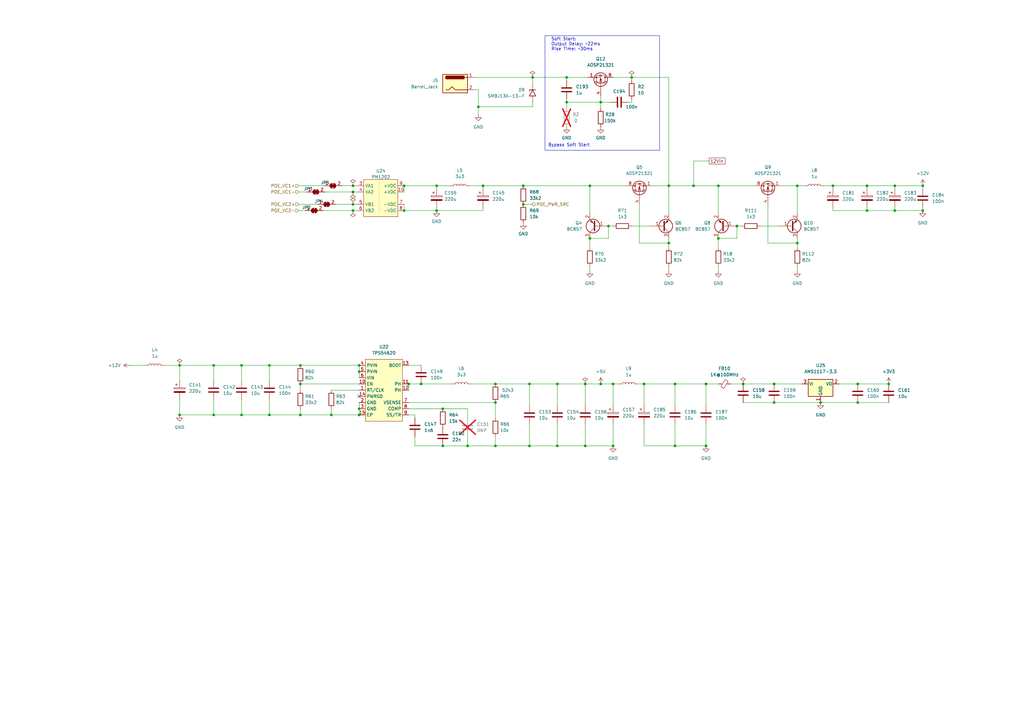
<source format=kicad_sch>
(kicad_sch (version 20230121) (generator eeschema)
  (paper "A3")
  (title_block (title "Kirdy") (date "2022-07-03") (rev "r0.1") (company "M-Labs") (comment 1 "Alex Wong Tat Hang"))
  (lib_symbols
    (symbol "Connector:Barrel_Jack" (pin_names (offset 1.016))
      (property "Reference" "J" (at 0 5.334 0))
      (property "Value" "Barrel_Jack" (at 0 -5.08 0))
      (symbol "Barrel_Jack_1_1"
        (pin passive line (at 7.62 2.54 180) (length 2.54) (name "~") (number "1"))
        (pin passive line (at 7.62 -2.54 180) (length 2.54) (name "~") (number "2"))
      )
    )
    (symbol "Device:C" (pin_numbers hide) (pin_names (offset 0.254))
      (property "Reference" "C" (at 0.635 2.54 0))
      (property "Value" "C" (at 0.635 -2.54 0))
      (symbol "C_1_1"
        (pin passive line (at 0 3.81 270) (length 2.794) (name "~") (number "1"))
        (pin passive line (at 0 -3.81 90) (length 2.794) (name "~") (number "2"))
      )
    )
    (symbol "Device:C_Polarized" (pin_numbers hide) (pin_names (offset 0.254))
      (property "Reference" "C" (at 0.635 2.54 0))
      (property "Value" "C_Polarized" (at 0.635 -2.54 0))
      (symbol "C_Polarized_1_1"
        (pin passive line (at 0 3.81 270) (length 2.794) (name "~") (number "1"))
        (pin passive line (at 0 -3.81 90) (length 2.794) (name "~") (number "2"))
      )
    )
    (symbol "Device:FerriteBead_Small" (pin_numbers hide) (pin_names (offset 0))
      (property "Reference" "FB" (at 1.905 1.27 0))
      (property "Value" "FerriteBead_Small" (at 1.905 -1.27 0))
      (symbol "FerriteBead_Small_1_1"
        (pin passive line (at 0 2.54 270) (length 1.27) (name "~") (number "1"))
        (pin passive line (at 0 -2.54 90) (length 1.27) (name "~") (number "2"))
      )
    )
    (symbol "Device:L" (pin_numbers hide) (pin_names (offset 1.016) hide)
      (property "Reference" "L" (at -1.27 0 90))
      (property "Value" "L" (at 1.905 0 90))
      (symbol "L_1_1"
        (pin passive line (at 0 3.81 270) (length 1.27) (name "1") (number "1"))
        (pin passive line (at 0 -3.81 90) (length 1.27) (name "2") (number "2"))
      )
    )
    (symbol "Device:R" (pin_numbers hide) (pin_names (offset 0))
      (property "Reference" "R" (at 2.032 0 90))
      (property "Value" "R" (at 0 0 90))
      (symbol "R_1_1"
        (pin passive line (at 0 3.81 270) (length 1.27) (name "~") (number "1"))
        (pin passive line (at 0 -3.81 90) (length 1.27) (name "~") (number "2"))
      )
    )
    (symbol "Diode:SM6T15A" (pin_numbers hide) (pin_names (offset 1.016) hide)
      (property "Reference" "D" (at 0 2.54 0))
      (property "Value" "SM6T15A" (at 0 -2.54 0))
      (symbol "SM6T15A_1_1"
        (pin passive line (at -3.81 0 0) (length 2.54) (name "A1") (number "1"))
        (pin passive line (at 3.81 0 180) (length 2.54) (name "A2") (number "2"))
      )
    )
    (symbol "Jumper:SolderJumper_2_Bridged" (pin_names (offset 0) hide)
      (property "Reference" "JP" (at 0 2.032 0))
      (property "Value" "SolderJumper_2_Bridged" (at 0 -2.54 0))
      (symbol "SolderJumper_2_Bridged_1_1"
        (pin passive line (at -3.81 0 0) (length 2.54) (name "A") (number "1"))
        (pin passive line (at 3.81 0 180) (length 2.54) (name "B") (number "2"))
      )
    )
    (symbol "Regulator_Linear:AMS1117-3.3" (pin_names (offset 0.254))
      (property "Reference" "U" (at -3.81 3.175 0))
      (property "Value" "AMS1117-3.3" (at 0 3.175 0))
      (symbol "AMS1117-3.3_1_1"
        (pin power_in line (at 0 -7.62 90) (length 2.54) (name "GND") (number "1"))
        (pin power_out line (at 7.62 0 180) (length 2.54) (name "VO") (number "2"))
        (pin power_in line (at -7.62 0 0) (length 2.54) (name "VI") (number "3"))
      )
    )
    (symbol "Transistor_BJT:BC857" (pin_names (offset 0) hide)
      (property "Reference" "Q" (at 5.08 1.905 0))
      (property "Value" "BC857" (at 5.08 0 0))
      (symbol "BC857_1_1"
        (pin input line (at -5.08 0 0) (length 5.715) (name "B") (number "1"))
        (pin passive line (at 2.54 -5.08 90) (length 2.54) (name "E") (number "2"))
        (pin passive line (at 2.54 5.08 270) (length 2.54) (name "C") (number "3"))
      )
    )
    (symbol "Transistor_FET:FDS9435A" (pin_names hide)
      (property "Reference" "Q" (at 5.08 1.905 0))
      (property "Value" "FDS9435A" (at 5.08 0 0))
      (symbol "FDS9435A_1_1"
        (pin passive line (at 2.54 -5.08 90) (length 2.54) (name "S") (number "1"))
        (pin passive line (at 2.54 -5.08 90) (length 2.54) hide (name "S") (number "2"))
        (pin passive line (at 2.54 -5.08 90) (length 2.54) hide (name "S") (number "3"))
        (pin passive line (at -5.08 0 0) (length 2.54) (name "G") (number "4"))
        (pin passive line (at 2.54 5.08 270) (length 2.54) hide (name "D") (number "5"))
        (pin passive line (at 2.54 5.08 270) (length 2.54) hide (name "D") (number "6"))
        (pin passive line (at 2.54 5.08 270) (length 2.54) hide (name "D") (number "7"))
        (pin passive line (at 2.54 5.08 270) (length 2.54) (name "D") (number "8"))
      )
    )
    (symbol "kirdy:PM1202"
      (property "Reference" "U" (at 6.35 -6.35 0))
      (property "Value" "PM1202" (at -2.54 -6.35 0))
      (symbol "PM1202_0_0"
        (pin no_connect line (at -1.27 -11.43 180) (length 2.54) hide (name "NC") (number "1"))
        (pin power_out line (at 10.16 5.08 180) (length 2.54) (name "+VDC") (number "10"))
        (pin no_connect line (at -1.27 -8.89 180) (length 2.54) hide (name "NC") (number "2"))
        (pin passive line (at 10.16 0 180) (length 2.54) (name "-VDC") (number "7"))
        (pin power_out line (at 10.16 -2.54 180) (length 2.54) (name "-VDC") (number "8"))
        (pin input line (at 10.16 7.62 180) (length 2.54) (name "+VDC") (number "9"))
      )
      (symbol "PM1202_1_0"
        (pin power_in line (at -8.89 7.62 0) (length 2.54) (name "VA1") (number "3"))
        (pin power_in line (at -8.89 5.08 0) (length 2.54) (name "VA2") (number "4"))
        (pin power_in line (at -8.89 0 0) (length 2.54) (name "VB1") (number "5"))
        (pin power_in line (at -8.89 -2.54 0) (length 2.54) (name "VB2") (number "6"))
      )
    )
    (symbol "kirdy:TPS54620"
      (property "Reference" "U" (at 0 -17.78 0))
      (property "Value" "TPS54620" (at 0 -15.24 0))
      (symbol "TPS54620_0_0"
        (pin input line (at -10.16 0 0) (length 2.54) (name "RT/CLK") (number "1"))
        (pin input line (at -10.16 2.54 0) (length 2.54) (name "EN") (number "10"))
        (pin power_out line (at 10.16 2.54 180) (length 2.54) (name "PH") (number "11"))
        (pin passive line (at 10.16 0 180) (length 2.54) (name "PH") (number "12"))
        (pin input line (at 10.16 10.16 180) (length 2.54) (name "BOOT") (number "13"))
        (pin output line (at -10.16 -2.54 0) (length 2.54) (name "PWRGD") (number "14"))
        (pin power_in line (at -10.16 -10.16 0) (length 2.54) (name "EP") (number "15"))
        (pin power_in line (at -10.16 -5.08 0) (length 2.54) (name "GND") (number "2"))
        (pin power_in line (at -10.16 -7.62 0) (length 2.54) (name "GND") (number "3"))
        (pin power_in line (at -10.16 10.16 0) (length 2.54) (name "PVIN") (number "4"))
        (pin power_in line (at -10.16 7.62 0) (length 2.54) (name "PVIN") (number "5"))
        (pin power_in line (at -10.16 5.08 0) (length 2.54) (name "VIN") (number "6"))
        (pin input line (at 10.16 -5.08 180) (length 2.54) (name "VSENSE") (number "7"))
        (pin output line (at 10.16 -7.62 180) (length 2.54) (name "COMP") (number "8"))
        (pin output line (at 10.16 -10.16 180) (length 2.54) (name "SS/TR") (number "9"))
      )
    )
    (symbol "power:+12V" (power) (pin_names (offset 0))
      (property "Value" "+12V" (at 0 3.556 0))
      (symbol "+12V_1_1"
        (pin power_in line (at 0 0 90) (length 0) hide (name "+12V") (number "1"))
      )
    )
    (symbol "power:+3V3" (power) (pin_names (offset 0))
      (property "Value" "+3V3" (at 0 3.556 0))
      (symbol "+3V3_1_1"
        (pin power_in line (at 0 0 90) (length 0) hide (name "+3V3") (number "1"))
      )
    )
    (symbol "power:+5V" (power) (pin_names (offset 0))
      (property "Value" "+5V" (at 0 3.556 0))
      (symbol "+5V_1_1"
        (pin power_in line (at 0 0 90) (length 0) hide (name "+5V") (number "1"))
      )
    )
    (symbol "power:GND" (power) (pin_names (offset 0))
      (property "Value" "GND" (at 0 -3.81 0))
      (symbol "GND_1_1"
        (pin power_in line (at 0 0 270) (length 0) hide (name "GND") (number "1"))
      )
    )
    (symbol "power:PWR_FLAG" (power) (pin_numbers hide) (pin_names (offset 0) hide)
      (property "Value" "PWR_FLAG" (at 0 3.81 0))
      (symbol "PWR_FLAG_0_0"
        (pin power_out line (at 0 0 90) (length 0) (name "pwr") (number "1"))
      )
    )
  )
  (junction (at 259.08 31.75))
  (junction (at 87.63 149.86))
  (junction (at 179.07 86.36))
  (junction (at 165.735 86.36))
  (junction (at 364.49 157.48))
  (junction (at 241.935 97.79))
  (junction (at 276.86 157.48))
  (junction (at 144.78 76.2))
  (junction (at 181.61 182.88))
  (junction (at 274.32 99.695))
  (junction (at 147.32 167.64))
  (junction (at 241.935 76.2))
  (junction (at 251.46 182.88))
  (junction (at 181.61 167.64))
  (junction (at 144.78 83.82))
  (junction (at 284.48 76.2))
  (junction (at 246.38 157.48))
  (junction (at 317.5 165.1))
  (junction (at 228.6 157.48))
  (junction (at 203.2 157.48))
  (junction (at 378.46 86.36))
  (junction (at 251.46 157.48))
  (junction (at 110.49 170.18))
  (junction (at 144.78 86.36))
  (junction (at 167.64 157.48))
  (junction (at 274.32 76.2))
  (junction (at 135.89 170.18))
  (junction (at 73.66 170.18))
  (junction (at 214.63 83.82))
  (junction (at 302.26 92.71))
  (junction (at 246.38 41.91))
  (junction (at 196.215 43.815))
  (junction (at 240.03 182.88))
  (junction (at 147.32 149.86))
  (junction (at 203.2 182.88))
  (junction (at 336.55 165.1))
  (junction (at 240.03 157.48))
  (junction (at 249.555 92.71))
  (junction (at 110.49 149.86))
  (junction (at 351.79 165.1))
  (junction (at 294.64 97.79))
  (junction (at 123.19 170.18))
  (junction (at 317.5 157.48))
  (junction (at 289.56 157.48))
  (junction (at 351.79 157.48))
  (junction (at 203.2 165.1))
  (junction (at 327.025 76.2))
  (junction (at 355.6 86.36))
  (junction (at 367.03 76.2))
  (junction (at 217.17 182.88))
  (junction (at 214.63 76.2))
  (junction (at 304.8 157.48))
  (junction (at 217.17 157.48))
  (junction (at 179.07 76.2))
  (junction (at 87.63 170.18))
  (junction (at 232.41 31.75))
  (junction (at 378.46 76.2))
  (junction (at 144.78 78.74))
  (junction (at 123.19 149.86))
  (junction (at 341.63 76.2))
  (junction (at 73.66 149.86))
  (junction (at 165.735 76.2))
  (junction (at 218.44 31.75))
  (junction (at 327.025 99.695))
  (junction (at 99.06 170.18))
  (junction (at 294.64 76.2))
  (junction (at 289.56 182.88))
  (junction (at 232.41 41.91))
  (junction (at 147.32 152.4))
  (junction (at 367.03 86.36))
  (junction (at 228.6 182.88))
  (junction (at 191.77 182.88))
  (junction (at 99.06 149.86))
  (junction (at 123.19 157.48))
  (junction (at 276.86 182.88))
  (junction (at 147.32 170.18))
  (junction (at 172.72 157.48))
  (junction (at 198.12 76.2))
  (junction (at 264.16 157.48))
  (junction (at 355.6 76.2))
  (no_connect (at 147.32 162.56))
  (wire (pts (xy 337.82 76.2) (xy 341.63 76.2)))
  (wire (pts (xy 135.89 167.64) (xy 135.89 170.18)))
  (wire (pts (xy 294.64 76.2) (xy 309.88 76.2)))
  (wire (pts (xy 378.46 77.47) (xy 378.46 76.2)))
  (wire (pts (xy 87.63 149.86) (xy 99.06 149.86)))
  (wire (pts (xy 147.32 165.1) (xy 147.32 167.64)))
  (wire (pts (xy 165.735 86.36) (xy 179.07 86.36)))
  (wire (pts (xy 144.78 83.82) (xy 146.685 83.82)))
  (wire (pts (xy 140.335 76.2) (xy 144.78 76.2)))
  (wire (pts (xy 327.025 76.2) (xy 327.025 87.63)))
  (wire (pts (xy 110.49 149.86) (xy 123.19 149.86)))
  (wire (pts (xy 355.6 76.2) (xy 355.6 77.47)))
  (wire (pts (xy 99.06 163.83) (xy 99.06 170.18)))
  (wire (pts (xy 264.16 157.48) (xy 276.86 157.48)))
  (wire (pts (xy 241.935 76.2) (xy 257.175 76.2)))
  (wire (pts (xy 165.735 83.82) (xy 165.735 86.36)))
  (wire (pts (xy 294.64 97.79) (xy 294.64 101.6)))
  (wire (pts (xy 135.89 160.02) (xy 147.32 160.02)))
  (wire (pts (xy 228.6 182.88) (xy 240.03 182.88)))
  (wire (pts (xy 327.025 99.695) (xy 327.025 101.6)))
  (wire (pts (xy 218.44 31.75) (xy 194.31 31.75)))
  (wire (pts (xy 99.06 170.18) (xy 110.49 170.18)))
  (wire (pts (xy 110.49 170.18) (xy 123.19 170.18)))
  (wire (pts (xy 232.41 41.91) (xy 232.41 44.45)))
  (wire (pts (xy 192.405 76.2) (xy 198.12 76.2)))
  (wire (pts (xy 274.32 76.2) (xy 284.48 76.2)))
  (wire (pts (xy 367.03 76.2) (xy 378.46 76.2)))
  (wire (pts (xy 304.8 165.1) (xy 317.5 165.1)))
  (wire (pts (xy 170.18 179.07) (xy 170.18 182.88)))
  (wire (pts (xy 203.2 182.88) (xy 203.2 179.07)))
  (wire (pts (xy 181.61 167.64) (xy 191.77 167.64)))
  (wire (pts (xy 217.17 157.48) (xy 217.17 166.37)))
  (wire (pts (xy 53.34 149.86) (xy 59.69 149.86)))
  (wire (pts (xy 267.335 76.2) (xy 274.32 76.2)))
  (wire (pts (xy 122.555 83.82) (xy 130.175 83.82)))
  (wire (pts (xy 246.38 41.91) (xy 250.19 41.91)))
  (wire (pts (xy 147.32 149.86) (xy 147.32 152.4)))
  (wire (pts (xy 167.64 149.86) (xy 172.72 149.86)))
  (wire (pts (xy 123.19 157.48) (xy 123.19 160.02)))
  (wire (pts (xy 123.19 167.64) (xy 123.19 170.18)))
  (wire (pts (xy 73.66 163.83) (xy 73.66 170.18)))
  (wire (pts (xy 240.03 157.48) (xy 240.03 166.37)))
  (wire (pts (xy 132.715 86.36) (xy 144.78 86.36)))
  (wire (pts (xy 251.46 182.88) (xy 251.46 173.99)))
  (wire (pts (xy 259.08 40.64) (xy 259.08 41.91)))
  (wire (pts (xy 317.5 157.48) (xy 328.93 157.48)))
  (wire (pts (xy 276.86 157.48) (xy 289.56 157.48)))
  (wire (pts (xy 99.06 149.86) (xy 110.49 149.86)))
  (wire (pts (xy 320.04 76.2) (xy 327.025 76.2)))
  (wire (pts (xy 167.64 165.1) (xy 203.2 165.1)))
  (wire (pts (xy 284.48 76.2) (xy 294.64 76.2)))
  (wire (pts (xy 289.56 173.99) (xy 289.56 182.88)))
  (wire (pts (xy 251.46 157.48) (xy 251.46 166.37)))
  (wire (pts (xy 274.32 76.2) (xy 274.32 87.63)))
  (wire (pts (xy 123.19 157.48) (xy 147.32 157.48)))
  (wire (pts (xy 196.215 36.83) (xy 194.31 36.83)))
  (wire (pts (xy 218.44 41.91) (xy 218.44 43.815)))
  (wire (pts (xy 87.63 170.18) (xy 99.06 170.18)))
  (wire (pts (xy 135.89 170.18) (xy 147.32 170.18)))
  (wire (pts (xy 351.79 157.48) (xy 364.49 157.48)))
  (wire (pts (xy 179.07 76.2) (xy 179.07 77.47)))
  (wire (pts (xy 327.025 76.2) (xy 330.2 76.2)))
  (wire (pts (xy 123.19 149.86) (xy 147.32 149.86)))
  (wire (pts (xy 276.86 166.37) (xy 276.86 157.48)))
  (wire (pts (xy 144.78 78.74) (xy 146.685 78.74)))
  (wire (pts (xy 276.86 182.88) (xy 289.56 182.88)))
  (wire (pts (xy 232.41 40.64) (xy 232.41 41.91)))
  (wire (pts (xy 73.66 156.21) (xy 73.66 149.86)))
  (wire (pts (xy 232.41 41.91) (xy 246.38 41.91)))
  (wire (pts (xy 198.12 76.2) (xy 214.63 76.2)))
  (wire (pts (xy 294.64 109.22) (xy 294.64 111.125)))
  (wire (pts (xy 122.555 86.36) (xy 125.095 86.36)))
  (wire (pts (xy 259.08 31.75) (xy 259.08 33.02)))
  (wire (pts (xy 217.17 157.48) (xy 228.6 157.48)))
  (wire (pts (xy 232.41 31.75) (xy 232.41 33.02)))
  (wire (pts (xy 259.08 41.91) (xy 257.81 41.91)))
  (wire (pts (xy 246.38 39.37) (xy 246.38 41.91)))
  (wire (pts (xy 378.46 85.09) (xy 378.46 86.36)))
  (wire (pts (xy 203.2 157.48) (xy 217.17 157.48)))
  (wire (pts (xy 344.17 157.48) (xy 351.79 157.48)))
  (wire (pts (xy 123.19 170.18) (xy 135.89 170.18)))
  (wire (pts (xy 198.12 76.2) (xy 198.12 77.47)))
  (wire (pts (xy 170.18 182.88) (xy 181.61 182.88)))
  (wire (pts (xy 294.64 76.2) (xy 294.64 87.63)))
  (wire (pts (xy 284.48 66.04) (xy 284.48 76.2)))
  (wire (pts (xy 290.83 66.04) (xy 284.48 66.04)))
  (wire (pts (xy 218.44 31.75) (xy 218.44 34.29)))
  (wire (pts (xy 367.03 76.2) (xy 367.03 77.47)))
  (wire (pts (xy 191.77 182.88) (xy 203.2 182.88)))
  (wire (pts (xy 172.72 157.48) (xy 185.42 157.48)))
  (wire (pts (xy 261.62 157.48) (xy 264.16 157.48)))
  (wire (pts (xy 251.46 31.75) (xy 259.08 31.75)))
  (wire (pts (xy 327.025 109.22) (xy 327.025 111.125)))
  (wire (pts (xy 341.63 76.2) (xy 355.6 76.2)))
  (wire (pts (xy 110.49 163.83) (xy 110.49 170.18)))
  (wire (pts (xy 314.96 99.695) (xy 327.025 99.695)))
  (wire (pts (xy 249.555 92.71) (xy 251.46 92.71)))
  (wire (pts (xy 341.63 76.2) (xy 341.63 77.47)))
  (wire (pts (xy 203.2 182.88) (xy 217.17 182.88)))
  (wire (pts (xy 254 157.48) (xy 251.46 157.48)))
  (wire (pts (xy 196.215 43.815) (xy 218.44 43.815)))
  (wire (pts (xy 246.38 41.91) (xy 246.38 44.45)))
  (wire (pts (xy 241.935 97.79) (xy 241.935 101.6)))
  (wire (pts (xy 198.12 85.09) (xy 198.12 86.36)))
  (wire (pts (xy 355.6 76.2) (xy 367.03 76.2)))
  (wire (pts (xy 241.935 76.2) (xy 241.935 87.63)))
  (wire (pts (xy 314.96 83.82) (xy 314.96 99.695)))
  (wire (pts (xy 228.6 157.48) (xy 240.03 157.48)))
  (wire (pts (xy 264.16 182.88) (xy 264.16 173.99)))
  (wire (pts (xy 367.03 85.09) (xy 367.03 86.36)))
  (wire (pts (xy 73.66 149.86) (xy 87.63 149.86)))
  (wire (pts (xy 262.255 83.82) (xy 262.255 99.695)))
  (wire (pts (xy 179.07 86.36) (xy 179.07 85.09)))
  (wire (pts (xy 179.07 76.2) (xy 184.785 76.2)))
  (wire (pts (xy 147.32 167.64) (xy 147.32 170.18)))
  (wire (pts (xy 299.72 157.48) (xy 304.8 157.48)))
  (wire (pts (xy 196.215 43.815) (xy 196.215 36.83)))
  (wire (pts (xy 274.32 109.22) (xy 274.32 111.125)))
  (wire (pts (xy 241.935 109.22) (xy 241.935 111.125)))
  (wire (pts (xy 144.78 76.2) (xy 146.685 76.2)))
  (wire (pts (xy 232.41 31.75) (xy 241.3 31.75)))
  (wire (pts (xy 87.63 149.86) (xy 87.63 156.21)))
  (wire (pts (xy 165.735 76.2) (xy 165.735 78.74)))
  (wire (pts (xy 317.5 165.1) (xy 336.55 165.1)))
  (wire (pts (xy 203.2 171.45) (xy 203.2 165.1)))
  (wire (pts (xy 167.64 157.48) (xy 172.72 157.48)))
  (wire (pts (xy 122.555 76.2) (xy 132.715 76.2)))
  (wire (pts (xy 137.795 83.82) (xy 144.78 83.82)))
  (wire (pts (xy 147.32 152.4) (xy 147.32 154.94)))
  (wire (pts (xy 170.18 170.18) (xy 170.18 171.45)))
  (wire (pts (xy 193.04 157.48) (xy 203.2 157.48)))
  (wire (pts (xy 241.935 97.79) (xy 249.555 97.79)))
  (wire (pts (xy 133.35 78.74) (xy 144.78 78.74)))
  (wire (pts (xy 367.03 86.36) (xy 378.46 86.36)))
  (wire (pts (xy 198.12 86.36) (xy 179.07 86.36)))
  (wire (pts (xy 214.63 83.82) (xy 218.44 83.82)))
  (wire (pts (xy 144.78 86.36) (xy 146.685 86.36)))
  (wire (pts (xy 228.6 157.48) (xy 228.6 166.37)))
  (wire (pts (xy 218.44 31.75) (xy 232.41 31.75)))
  (wire (pts (xy 264.16 182.88) (xy 276.86 182.88)))
  (wire (pts (xy 87.63 163.83) (xy 87.63 170.18)))
  (wire (pts (xy 191.77 182.88) (xy 191.77 179.07)))
  (wire (pts (xy 249.555 97.79) (xy 249.555 92.71)))
  (wire (pts (xy 294.64 97.79) (xy 302.26 97.79)))
  (wire (pts (xy 240.03 173.99) (xy 240.03 182.88)))
  (wire (pts (xy 217.17 173.99) (xy 217.17 182.88)))
  (wire (pts (xy 167.64 170.18) (xy 170.18 170.18)))
  (wire (pts (xy 327.025 97.79) (xy 327.025 99.695)))
  (wire (pts (xy 165.735 76.2) (xy 179.07 76.2)))
  (wire (pts (xy 246.38 157.48) (xy 251.46 157.48)))
  (wire (pts (xy 181.61 182.88) (xy 191.77 182.88)))
  (wire (pts (xy 341.63 86.36) (xy 355.6 86.36)))
  (wire (pts (xy 355.6 86.36) (xy 367.03 86.36)))
  (wire (pts (xy 73.66 170.18) (xy 87.63 170.18)))
  (wire (pts (xy 355.6 85.09) (xy 355.6 86.36)))
  (wire (pts (xy 276.86 173.99) (xy 276.86 182.88)))
  (wire (pts (xy 302.26 92.71) (xy 304.165 92.71)))
  (wire (pts (xy 67.31 149.86) (xy 73.66 149.86)))
  (wire (pts (xy 228.6 173.99) (xy 228.6 182.88)))
  (wire (pts (xy 110.49 149.86) (xy 110.49 156.21)))
  (wire (pts (xy 264.16 166.37) (xy 264.16 157.48)))
  (wire (pts (xy 191.77 167.64) (xy 191.77 171.45)))
  (wire (pts (xy 240.03 182.88) (xy 251.46 182.88)))
  (wire (pts (xy 274.32 99.695) (xy 274.32 101.6)))
  (wire (pts (xy 122.555 78.74) (xy 125.73 78.74)))
  (wire (pts (xy 262.255 99.695) (xy 274.32 99.695)))
  (wire (pts (xy 341.63 86.36) (xy 341.63 85.09)))
  (wire (pts (xy 351.79 165.1) (xy 364.49 165.1)))
  (wire (pts (xy 167.64 167.64) (xy 181.61 167.64)))
  (wire (pts (xy 304.8 157.48) (xy 317.5 157.48)))
  (wire (pts (xy 274.32 31.75) (xy 274.32 76.2)))
  (wire (pts (xy 259.08 92.71) (xy 266.7 92.71)))
  (wire (pts (xy 99.06 156.21) (xy 99.06 149.86)))
  (wire (pts (xy 311.785 92.71) (xy 319.405 92.71)))
  (wire (pts (xy 289.56 157.48) (xy 294.64 157.48)))
  (wire (pts (xy 302.26 97.79) (xy 302.26 92.71)))
  (wire (pts (xy 167.64 157.48) (xy 167.64 160.02)))
  (wire (pts (xy 259.08 31.75) (xy 274.32 31.75)))
  (wire (pts (xy 214.63 76.2) (xy 241.935 76.2)))
  (wire (pts (xy 274.32 97.79) (xy 274.32 99.695)))
  (wire (pts (xy 240.03 157.48) (xy 246.38 157.48)))
  (wire (pts (xy 217.17 182.88) (xy 228.6 182.88)))
  (wire (pts (xy 196.215 46.99) (xy 196.215 43.815)))
  (wire (pts (xy 289.56 166.37) (xy 289.56 157.48)))
  (wire (pts (xy 336.55 165.1) (xy 351.79 165.1)))
  (rectangle (start 223.52 14.605) (end 270.51 61.595))
  (text "Bypass Soft Start" (at 241.935 60.325 0) (effects (font (size 1.27 1.27)) (justify right bottom)))
  (text "Soft Start:\nOutput Delay: ~22ms\nRise Time: ~30ms\n" (at 226.06 20.955 0) (effects (font (size 1.27 1.27)) (justify left bottom)))
  (global_label "12Vin" (shape passive) (at 290.83 66.04 0) (property "Intersheetrefs" "${INTERSHEET_REFS}" (effects hide)))
  (hierarchical_label "POE_PWR_SRC" (shape output) (at 218.44 83.82 0))
  (hierarchical_label "POE_VC2+" (shape input) (at 122.555 83.82 180))
  (hierarchical_label "POE_VC2-" (shape input) (at 122.555 86.36 180))
  (hierarchical_label "POE_VC1-" (shape input) (at 122.555 78.74 180))
  (hierarchical_label "POE_VC1+" (shape input) (at 122.555 76.2 180))
  (symbol (lib_id "Device:L") (at 189.23 157.48 90) (unit 1)
    (property "Reference" "L6" (at 189.23 151.13 90))
    (property "Value" "3u3" (at 189.23 153.67 90))
    (property "Footprint" "Inductor_SMD:L_Wuerth_MAPI-4020" (effects hide))
    (property "MFR_PN" "74438356033" (effects hide))
  )
  (symbol (lib_id "Device:C") (at 276.86 170.18 0) (unit 1)
    (property "Reference" "C186" (at 280.67 168.9099 0) (effects (justify left)))
    (property "Value" "10u" (at 280.67 171.4499 0) (effects (justify left)))
    (property "Footprint" "Capacitor_SMD:C_0805_2012Metric" (effects hide))
    (property "MFR_PN" "CL21B106KOQNNNG" (effects hide))
    (property "MFR_PN_ALT" "CL21B106KOQNNNE" (effects hide))
  )
  (symbol (lib_id "Device:C") (at 378.46 81.28 0) (unit 1)
    (property "Reference" "C184" (at 382.27 80.0099 0) (effects (justify left)))
    (property "Value" "100n" (at 382.27 82.5499 0) (effects (justify left)))
    (property "Footprint" "Capacitor_SMD:C_0603_1608Metric" (effects hide))
    (property "MFR_PN" "CL10B104KB8NNWC" (effects hide))
    (property "MFR_PN_ALT" "CL10B104KB8NNNL" (effects hide))
  )
  (symbol (lib_id "Jumper:SolderJumper_2_Bridged") (at 136.525 76.2 0) (unit 1)
    (property "Reference" "JP5" (at 133.35 74.93 0))
    (property "Value" "SolderJumper_2_Bridged" (effects hide))
    (property "Footprint" "Jumper:SolderJumper-2_P1.3mm_Bridged2Bar_Pad1.0x1.5mm" (effects hide))
  )
  (symbol (lib_id "Device:R") (at 294.64 105.41 0) (unit 1)
    (property "Reference" "R18" (at 296.545 104.1399 0) (effects (justify left)))
    (property "Value" "33k2" (at 296.545 106.6799 0) (effects (justify left)))
    (property "Footprint" "Resistor_SMD:R_0603_1608Metric" (effects hide))
    (property "MFR_PN" "CR0603-FX-3322ELF" (effects hide))
    (property "MFR_PN_ALT" "RC0603FR-0733K2L" (effects hide))
  )
  (symbol (lib_id "Device:C") (at 170.18 175.26 0) (unit 1)
    (property "Reference" "C147" (at 173.99 173.9899 0) (effects (justify left)))
    (property "Value" "1n6" (at 173.99 176.5299 0) (effects (justify left)))
    (property "Footprint" "Capacitor_SMD:C_0603_1608Metric" (effects hide))
    (property "MFR_PN" "GCM1885C1H162FA16D" (effects hide))
    (property "MFR_PN_ALT" "C0603C162J5GAC7867" (effects hide))
  )
  (symbol (lib_id "Device:C_Polarized") (at 264.16 170.18 0) (unit 1)
    (property "Reference" "C185" (at 267.97 168.0209 0) (effects (justify left)))
    (property "Value" "220u" (at 267.97 170.5609 0) (effects (justify left)))
    (property "Footprint" "Capacitor_Tantalum_SMD:CP_EIA-7343-15_Kemet-W" (effects hide))
    (property "MFR_PN" "T491D227K016AT" (effects hide))
    (property "MFR_PN_ALT" "293D227X9016E2TE3" (effects hide))
  )
  (symbol (lib_id "Transistor_BJT:BC857") (at 324.485 92.71 0) (mirror x) (unit 1)
    (property "Reference" "Q10" (at 329.565 91.4399 0) (effects (justify left)))
    (property "Value" "BC857" (at 329.565 93.9799 0) (effects (justify left)))
    (property "Footprint" "Package_TO_SOT_SMD:SOT-23" (effects hide))
    (property "Datasheet" "https://www.onsemi.com/pub/Collateral/BC860-D.pdf" (effects hide))
    (property "MFR_PN" "BC857B-TP" (effects hide))
    (property "MFR_PN_ALT" "BC857C-TP" (effects hide))
  )
  (symbol (lib_id "Device:C") (at 240.03 170.18 0) (unit 1)
    (property "Reference" "C156" (at 243.84 168.9099 0) (effects (justify left)))
    (property "Value" "10u" (at 243.84 171.4499 0) (effects (justify left)))
    (property "Footprint" "Capacitor_SMD:C_0805_2012Metric" (effects hide))
    (property "MFR_PN" "CL21B106KOQNNNG" (effects hide))
    (property "MFR_PN_ALT" "CL21B106KOQNNNE" (effects hide))
  )
  (symbol (lib_id "power:GND") (at 196.215 46.99 0) (mirror y) (unit 1)
    (property "Reference" "#PWR0140" (effects hide))
    (property "Value" "GND" (at 196.215 52.07 0))
  )
  (symbol (lib_id "Device:C_Polarized") (at 341.63 81.28 0) (unit 1)
    (property "Reference" "C181" (at 345.44 79.1209 0) (effects (justify left)))
    (property "Value" "220u" (at 345.44 81.6609 0) (effects (justify left)))
    (property "Footprint" "Capacitor_Tantalum_SMD:CP_EIA-7343-15_Kemet-W" (effects hide))
    (property "MFR_PN" "T491D227K016AT" (effects hide))
    (property "MFR_PN_ALT" "293D227X9016E2TE3" (effects hide))
  )
  (symbol (lib_id "power:GND") (at 274.32 111.125 0) (unit 1)
    (property "Reference" "#PWR0137" (effects hide))
    (property "Value" "GND" (at 274.32 116.205 0))
  )
  (symbol (lib_id "Device:R") (at 181.61 171.45 0) (unit 1)
    (property "Reference" "R64" (at 184.15 170.1799 0) (effects (justify left)))
    (property "Value" "15k" (at 184.15 172.7199 0) (effects (justify left)))
    (property "Footprint" "Resistor_SMD:R_0603_1608Metric" (effects hide))
  )
  (symbol (lib_id "Device:C") (at 304.8 161.29 0) (unit 1)
    (property "Reference" "C158" (at 308.61 160.0199 0) (effects (justify left)))
    (property "Value" "10u" (at 308.61 162.5599 0) (effects (justify left)))
    (property "Footprint" "Capacitor_SMD:C_0805_2012Metric" (effects hide))
    (property "MFR_PN" "CL21B106KOQNNNG" (effects hide))
    (property "MFR_PN_ALT" "CL21B106KOQNNNE" (effects hide))
  )
  (symbol (lib_id "Device:C") (at 351.79 161.29 0) (unit 1)
    (property "Reference" "C160" (at 355.6 160.0199 0) (effects (justify left)))
    (property "Value" "100n" (at 355.6 162.5599 0) (effects (justify left)))
    (property "Footprint" "Capacitor_SMD:C_0603_1608Metric" (effects hide))
    (property "MFR_PN" "CL10B104KB8NNWC" (effects hide))
    (property "MFR_PN_ALT" "CL10B104KB8NNNL" (effects hide))
  )
  (symbol (lib_id "power:+12V") (at 378.46 76.2 0) (unit 1)
    (property "Reference" "#PWR0136" (effects hide))
    (property "Value" "+12V" (at 378.46 71.12 0))
  )
  (symbol (lib_id "power:PWR_FLAG") (at 304.8 157.48 0) (unit 1)
    (property "Reference" "#FLG0111" (effects hide))
    (property "Value" "PWR_FLAG" (effects hide))
  )
  (symbol (lib_id "power:GND") (at 241.935 111.125 0) (unit 1)
    (property "Reference" "#PWR0135" (effects hide))
    (property "Value" "GND" (at 241.935 116.205 0))
  )
  (symbol (lib_id "Device:L") (at 188.595 76.2 90) (unit 1)
    (property "Reference" "L5" (at 188.595 69.85 90))
    (property "Value" "3u3" (at 188.595 72.39 90))
    (property "Footprint" "Inductor_SMD:L_Wuerth_MAPI-4020" (effects hide))
    (property "MFR_PN" "74438356033" (effects hide))
  )
  (symbol (lib_id "Device:C") (at 87.63 160.02 0) (unit 1)
    (property "Reference" "C142" (at 91.44 158.7499 0) (effects (justify left)))
    (property "Value" "10u" (at 91.44 161.2899 0) (effects (justify left)))
    (property "Footprint" "Capacitor_SMD:C_0805_2012Metric" (effects hide))
    (property "MFR_PN" "CL21B106KOQNNNG" (effects hide))
    (property "MFR_PN_ALT" "CL21B106KOQNNNE" (effects hide))
  )
  (symbol (lib_id "power:PWR_FLAG") (at 144.78 86.36 180) (unit 1)
    (property "Reference" "#FLG011" (effects hide))
    (property "Value" "PWR_FLAG" (effects hide))
  )
  (symbol (lib_id "Device:R") (at 123.19 153.67 0) (unit 1)
    (property "Reference" "R60" (at 125.095 152.3999 0) (effects (justify left)))
    (property "Value" "82k" (at 125.095 154.9399 0) (effects (justify left)))
    (property "Footprint" "Resistor_SMD:R_0603_1608Metric" (effects hide))
    (property "MFR_PN" "CRGCQ0603F82K" (effects hide))
    (property "MFR_PN_ALT" "RMCF0603FT82K0" (effects hide))
  )
  (symbol (lib_id "Device:C_Polarized") (at 251.46 170.18 0) (unit 1)
    (property "Reference" "C157" (at 255.27 168.0209 0) (effects (justify left)))
    (property "Value" "220u" (at 255.27 170.5609 0) (effects (justify left)))
    (property "Footprint" "Capacitor_Tantalum_SMD:CP_EIA-7343-15_Kemet-W" (effects hide))
    (property "MFR_PN" "T491D227K016AT" (effects hide))
    (property "MFR_PN_ALT" "293D227X9016E2TE3" (effects hide))
  )
  (symbol (lib_id "kirdy:PM1202") (at 155.575 83.82 0) (unit 1)
    (property "Reference" "U24" (at 156.21 70.0872 0))
    (property "Value" "PM1202" (at 156.21 72.6241 0))
    (property "Footprint" "kirdy:PM1202" (effects hide))
    (property "Datasheet" "https://www.sdapo.net/product/product-12-386.html" (effects hide))
  )
  (symbol (lib_id "Device:R") (at 307.975 92.71 90) (unit 1)
    (property "Reference" "R111" (at 307.975 86.36 90))
    (property "Value" "1k3" (at 307.975 88.9 90))
    (property "Footprint" "Resistor_SMD:R_0603_1608Metric" (effects hide))
    (property "MFR_PN" "RC0603FR-071K3L" (effects hide))
    (property "MFR_PN_ALT" "CRCW06031K30FKEAC" (effects hide))
  )
  (symbol (lib_id "Device:C") (at 172.72 153.67 0) (unit 1)
    (property "Reference" "C149" (at 176.53 152.3999 0) (effects (justify left)))
    (property "Value" "100n" (at 176.53 154.9399 0) (effects (justify left)))
    (property "Footprint" "Capacitor_SMD:C_0603_1608Metric" (effects hide))
    (property "MFR_PN" "CL10B104KB8NNWC" (effects hide))
    (property "MFR_PN_ALT" "CL10B104KB8NNNL" (effects hide))
  )
  (symbol (lib_id "Device:R") (at 232.41 48.26 180) (unit 1) (dnp yes)
    (property "Reference" "R2" (at 236.22 46.99 0))
    (property "Value" "0" (at 236.22 49.53 0))
    (property "Footprint" "Resistor_SMD:R_0603_1608Metric" (effects hide))
    (property "MFR_PN_ALT" "WR06X10R0FTL" (effects hide))
    (instances (project "kirdy" (path "" (reference "R2") (unit 1)) (path "" (reference "R116") (unit 1))))
  )
  (symbol (lib_id "Diode:SM6T15A") (at 218.44 38.1 90) (mirror x) (unit 1)
    (property "Reference" "D9" (at 215.265 36.8299 90) (effects (justify left)))
    (property "Value" "SMBJ13A-13-F" (at 215.265 39.3699 90) (effects (justify left)))
    (property "Footprint" "Diode_SMD:D_SMB" (effects hide))
    (property "Datasheet" "https://www.st.com/resource/en/datasheet/sm6t.pdf" (effects hide))
    (property "MFR_PN" "SMBJ13A-13-F" (effects hide))
    (property "MFR_PN_ALT" "P6SMB16A" (effects hide))
  )
  (symbol (lib_id "Device:C_Polarized") (at 355.6 81.28 0) (unit 1)
    (property "Reference" "C182" (at 359.41 79.1209 0) (effects (justify left)))
    (property "Value" "220u" (at 359.41 81.6609 0) (effects (justify left)))
    (property "Footprint" "Capacitor_Tantalum_SMD:CP_EIA-7343-15_Kemet-W" (effects hide))
    (property "MFR_PN" "T491D227K016AT" (effects hide))
    (property "MFR_PN_ALT" "293D227X9016E2TE3" (effects hide))
  )
  (symbol (lib_id "power:PWR_FLAG") (at 144.78 78.74 180) (unit 1)
    (property "Reference" "#FLG09" (effects hide))
    (property "Value" "PWR_FLAG" (effects hide))
  )
  (symbol (lib_id "power:PWR_FLAG") (at 144.78 83.82 0) (unit 1)
    (property "Reference" "#FLG010" (effects hide))
    (property "Value" "PWR_FLAG" (effects hide))
  )
  (symbol (lib_id "Jumper:SolderJumper_2_Bridged") (at 128.905 86.36 0) (unit 1)
    (property "Reference" "JP2" (at 125.73 85.09 0))
    (property "Value" "SolderJumper_2_Bridged" (effects hide))
    (property "Footprint" "Jumper:SolderJumper-2_P1.3mm_Bridged2Bar_Pad1.0x1.5mm" (effects hide))
  )
  (symbol (lib_id "Device:C") (at 228.6 170.18 0) (unit 1)
    (property "Reference" "C154" (at 232.41 168.9099 0) (effects (justify left)))
    (property "Value" "10u" (at 232.41 171.4499 0) (effects (justify left)))
    (property "Footprint" "Capacitor_SMD:C_0805_2012Metric" (effects hide))
    (property "MFR_PN" "CL21B106KOQNNNG" (effects hide))
    (property "MFR_PN_ALT" "CL21B106KOQNNNE" (effects hide))
  )
  (symbol (lib_id "Device:R") (at 203.2 161.29 180) (unit 1)
    (property "Reference" "R65" (at 207.01 162.56 0))
    (property "Value" "52k3" (at 208.28 160.02 0))
    (property "Footprint" "Resistor_SMD:R_0603_1608Metric" (effects hide))
    (property "MFR_PN" "CR0603-FX-5232ELF" (effects hide))
    (property "MFR_PN_ALT" "ERJ-3EKF5232V" (effects hide))
  )
  (symbol (lib_id "Device:C") (at 191.77 175.26 0) (unit 1) (dnp yes)
    (property "Reference" "C151" (at 195.58 173.9899 0) (effects (justify left)))
    (property "Value" "DNP" (at 195.58 176.5299 0) (effects (justify left)))
    (property "Footprint" "Capacitor_SMD:C_0603_1608Metric" (effects hide))
    (property "MFR_PN_ALT" "CML0603C0G390JT50V" (effects hide))
  )
  (symbol (lib_id "power:PWR_FLAG") (at 259.08 31.75 0) (mirror y) (unit 1)
    (property "Reference" "#FLG07" (effects hide))
    (property "Value" "PWR_FLAG" (effects hide))
  )
  (symbol (lib_id "Device:R") (at 214.63 80.01 0) (unit 1)
    (property "Reference" "R68" (at 217.17 78.7399 0) (effects (justify left)))
    (property "Value" "33k2" (at 217.17 81.2799 0) (effects (justify left)))
    (property "Footprint" "Resistor_SMD:R_0603_1608Metric" (effects hide))
    (property "MFR_PN" "CR0603-FX-3322ELF" (effects hide))
    (property "MFR_PN_ALT" "RC0603FR-0733K2L" (effects hide))
  )
  (symbol (lib_id "power:GND") (at 73.66 170.18 0) (unit 1)
    (property "Reference" "#PWR0128" (effects hide))
    (property "Value" "GND" (at 73.66 175.26 0))
  )
  (symbol (lib_id "Device:R") (at 255.27 92.71 90) (unit 1)
    (property "Reference" "R71" (at 255.27 86.36 90))
    (property "Value" "1k3" (at 255.27 88.9 90))
    (property "Footprint" "Resistor_SMD:R_0603_1608Metric" (effects hide))
    (property "MFR_PN" "RC0603FR-071K3L" (effects hide))
    (property "MFR_PN_ALT" "CRCW06031K30FKEAC" (effects hide))
  )
  (symbol (lib_id "Device:C_Polarized") (at 179.07 81.28 0) (unit 1)
    (property "Reference" "C155" (at 182.245 79.1209 0) (effects (justify left)))
    (property "Value" "220u" (at 182.245 81.6609 0) (effects (justify left)))
    (property "Footprint" "Capacitor_Tantalum_SMD:CP_EIA-7343-15_Kemet-W" (effects hide))
    (property "MFR_PN" "T491D227K016AT" (effects hide))
    (property "MFR_PN_ALT" "293D227X9016E2TE3" (effects hide))
  )
  (symbol (lib_id "Device:L") (at 257.81 157.48 90) (unit 1)
    (property "Reference" "L9" (at 257.81 151.13 90))
    (property "Value" "1u" (at 257.81 153.67 90))
    (property "Footprint" "Inductor_SMD:L_1008_2520Metric" (effects hide))
    (property "MFR_PN" "DFE252012F-1R0M=P2" (effects hide))
    (property "MFR_PN_ALT" "DFE252012P-1R0M=P2" (effects hide))
  )
  (symbol (lib_id "Device:R") (at 259.08 36.83 180) (unit 1)
    (property "Reference" "R2" (at 262.89 35.56 0))
    (property "Value" "10" (at 262.89 38.1 0))
    (property "Footprint" "Resistor_SMD:R_0603_1608Metric" (effects hide))
    (property "MFR_PN_ALT" "WR06X10R0FTL" (effects hide))
    (instances (project "kirdy" (path "" (reference "R2") (unit 1)) (path "" (reference "R114") (unit 1))))
  )
  (symbol (lib_id "Device:C") (at 289.56 170.18 0) (unit 1)
    (property "Reference" "C187" (at 293.37 168.9099 0) (effects (justify left)))
    (property "Value" "100n" (at 293.37 171.4499 0) (effects (justify left)))
    (property "Footprint" "Capacitor_SMD:C_0603_1608Metric" (effects hide))
    (property "MFR_PN" "CL10B104KB8NNWC" (effects hide))
    (property "MFR_PN_ALT" "CL10B104KB8NNNL" (effects hide))
  )
  (symbol (lib_id "power:+5V") (at 246.38 157.48 0) (unit 1)
    (property "Reference" "#PWR0133" (effects hide))
    (property "Value" "+5V" (at 246.38 152.4 0))
  )
  (symbol (lib_id "Device:R") (at 241.935 105.41 0) (unit 1)
    (property "Reference" "R70" (at 243.84 104.1399 0) (effects (justify left)))
    (property "Value" "33k2" (at 243.84 106.6799 0) (effects (justify left)))
    (property "Footprint" "Resistor_SMD:R_0603_1608Metric" (effects hide))
    (property "MFR_PN" "CR0603-FX-3322ELF" (effects hide))
    (property "MFR_PN_ALT" "RC0603FR-0733K2L" (effects hide))
  )
  (symbol (lib_id "power:PWR_FLAG") (at 73.66 149.86 0) (unit 1)
    (property "Reference" "#FLG0112" (effects hide))
    (property "Value" "PWR_FLAG" (effects hide))
  )
  (symbol (lib_id "Transistor_BJT:BC857") (at 297.18 92.71 180) (unit 1)
    (property "Reference" "Q8" (at 291.465 91.4399 0) (effects (justify left)))
    (property "Value" "BC857" (at 291.465 93.9799 0) (effects (justify left)))
    (property "Footprint" "Package_TO_SOT_SMD:SOT-23" (effects hide))
    (property "Datasheet" "https://www.onsemi.com/pub/Collateral/BC860-D.pdf" (effects hide))
    (property "MFR_PN" "BC857B-TP" (effects hide))
    (property "MFR_PN_ALT" "BC857C-TP" (effects hide))
  )
  (symbol (lib_id "power:GND") (at 327.025 111.125 0) (unit 1)
    (property "Reference" "#PWR064" (effects hide))
    (property "Value" "GND" (at 327.025 116.205 0))
  )
  (symbol (lib_id "Device:R") (at 203.2 175.26 0) (unit 1)
    (property "Reference" "R66" (at 205.105 173.9899 0) (effects (justify left)))
    (property "Value" "10k" (at 205.105 176.5299 0) (effects (justify left)))
    (property "Footprint" "Resistor_SMD:R_0603_1608Metric" (effects hide))
    (property "MFR_PN" "RNCP0603FTD10K0" (effects hide))
    (property "MFR_PN_ALT" "RMCF0603FT10K0" (effects hide))
  )
  (symbol (lib_id "Device:C_Polarized") (at 198.12 81.28 0) (unit 1)
    (property "Reference" "C145" (at 201.93 79.1209 0) (effects (justify left)))
    (property "Value" "220u" (at 201.93 81.6609 0) (effects (justify left)))
    (property "Footprint" "Capacitor_Tantalum_SMD:CP_EIA-7343-15_Kemet-W" (effects hide))
    (property "MFR_PN" "T491D227K016AT" (effects hide))
    (property "MFR_PN_ALT" "293D227X9016E2TE3" (effects hide))
  )
  (symbol (lib_id "Device:C") (at 181.61 179.07 0) (unit 1)
    (property "Reference" "C150" (at 185.42 177.7999 0) (effects (justify left)))
    (property "Value" "22n" (at 185.42 180.3399 0) (effects (justify left)))
    (property "Footprint" "Capacitor_SMD:C_0603_1608Metric" (effects hide))
    (property "MFR_PN" "06035C223JAT2A" (effects hide))
    (property "MFR_PN_ALT" "0603B223J250CT" (effects hide))
  )
  (symbol (lib_id "Device:C") (at 254 41.91 90) (unit 1)
    (property "Reference" "C194" (at 254 37.465 90))
    (property "Value" "100n" (at 259.08 43.815 90))
    (property "Footprint" "Capacitor_SMD:C_0603_1608Metric" (effects hide))
    (property "MFR_PN_ALT" "0603B223J250CT" (effects hide))
  )
  (symbol (lib_id "Device:C_Polarized") (at 367.03 81.28 0) (unit 1)
    (property "Reference" "C183" (at 370.84 79.1209 0) (effects (justify left)))
    (property "Value" "220u" (at 370.84 81.6609 0) (effects (justify left)))
    (property "Footprint" "Capacitor_Tantalum_SMD:CP_EIA-7343-15_Kemet-W" (effects hide))
    (property "MFR_PN" "T491D227K016AT" (effects hide))
    (property "MFR_PN_ALT" "293D227X9016E2TE3" (effects hide))
  )
  (symbol (lib_id "Transistor_FET:FDS9435A") (at 246.38 34.29 270) (mirror x) (unit 1)
    (property "Reference" "Q12" (at 246.38 24.13 90))
    (property "Value" "AOSP21321" (at 246.38 26.67 90))
    (property "Footprint" "Package_SO:SOIC-8_3.9x4.9mm_P1.27mm" (effects hide))
    (property "Datasheet" "https://www.onsemi.com/pub/Collateral/FDS9435A-D.PDF" (effects hide))
    (property "MFR_PN" "AOSP21321" (effects hide))
    (property "MFR_PN_ALT" "AO4411" (effects hide))
  )
  (symbol (lib_id "power:GND") (at 179.07 86.36 0) (unit 1)
    (property "Reference" "#PWR0166" (effects hide))
    (property "Value" "GND" (at 179.07 90.8034 0))
  )
  (symbol (lib_id "power:PWR_FLAG") (at 144.78 76.2 0) (unit 1)
    (property "Reference" "#FLG06" (effects hide))
    (property "Value" "PWR_FLAG" (effects hide))
  )
  (symbol (lib_id "power:GND") (at 378.46 86.36 0) (unit 1)
    (property "Reference" "#PWR0167" (effects hide))
    (property "Value" "GND" (at 378.46 91.44 0))
  )
  (symbol (lib_id "Device:C") (at 110.49 160.02 0) (unit 1)
    (property "Reference" "C144" (at 114.3 158.7499 0) (effects (justify left)))
    (property "Value" "100n" (at 114.3 161.2899 0) (effects (justify left)))
    (property "Footprint" "Capacitor_SMD:C_0603_1608Metric" (effects hide))
    (property "MFR_PN" "CL10B104KB8NNWC" (effects hide))
    (property "MFR_PN_ALT" "CL10B104KB8NNNL" (effects hide))
  )
  (symbol (lib_id "power:GND") (at 214.63 91.44 0) (unit 1)
    (property "Reference" "#PWR0132" (effects hide))
    (property "Value" "GND" (at 214.63 95.885 0))
  )
  (symbol (lib_id "Device:L") (at 63.5 149.86 90) (unit 1)
    (property "Reference" "L4" (at 63.5 143.51 90))
    (property "Value" "1u" (at 63.5 146.05 90))
    (property "Footprint" "Inductor_SMD:L_1008_2520Metric" (effects hide))
    (property "MFR_PN" "DFE252012F-1R0M=P2" (effects hide))
    (property "MFR_PN_ALT" "DFE252012P-1R0M=P2" (effects hide))
  )
  (symbol (lib_id "Device:R") (at 135.89 163.83 0) (unit 1)
    (property "Reference" "R63" (at 137.795 162.5599 0) (effects (justify left)))
    (property "Value" "82k" (at 137.795 165.0999 0) (effects (justify left)))
    (property "Footprint" "Resistor_SMD:R_0603_1608Metric" (effects hide))
    (property "MFR_PN" "CRGCQ0603F82K" (effects hide))
    (property "MFR_PN_ALT" "RMCF0603FT82K0" (effects hide))
  )
  (symbol (lib_id "Jumper:SolderJumper_2_Bridged") (at 133.985 83.82 0) (unit 1)
    (property "Reference" "JP4" (at 130.81 82.55 0))
    (property "Value" "SolderJumper_2_Bridged" (effects hide))
    (property "Footprint" "Jumper:SolderJumper-2_P1.3mm_Bridged2Bar_Pad1.0x1.5mm" (effects hide))
  )
  (symbol (lib_id "Jumper:SolderJumper_2_Bridged") (at 129.54 78.74 0) (unit 1)
    (property "Reference" "JP3" (at 126.365 77.47 0))
    (property "Value" "SolderJumper_2_Bridged" (effects hide))
    (property "Footprint" "Jumper:SolderJumper-2_P1.3mm_Bridged2Bar_Pad1.0x1.5mm" (effects hide))
  )
  (symbol (lib_id "power:GND") (at 294.64 111.125 0) (unit 1)
    (property "Reference" "#PWR035" (effects hide))
    (property "Value" "GND" (at 294.64 116.205 0))
  )
  (symbol (lib_id "Device:C") (at 217.17 170.18 0) (unit 1)
    (property "Reference" "C153" (at 220.98 168.9099 0) (effects (justify left)))
    (property "Value" "10u" (at 220.98 171.4499 0) (effects (justify left)))
    (property "Footprint" "Capacitor_SMD:C_0805_2012Metric" (effects hide))
    (property "MFR_PN" "CL21B106KOQNNNG" (effects hide))
    (property "MFR_PN_ALT" "CL21B106KOQNNNE" (effects hide))
  )
  (symbol (lib_id "Transistor_BJT:BC857") (at 244.475 92.71 180) (unit 1)
    (property "Reference" "Q4" (at 238.76 91.4399 0) (effects (justify left)))
    (property "Value" "BC857" (at 238.76 93.9799 0) (effects (justify left)))
    (property "Footprint" "Package_TO_SOT_SMD:SOT-23" (effects hide))
    (property "Datasheet" "https://www.onsemi.com/pub/Collateral/BC860-D.pdf" (effects hide))
    (property "MFR_PN" "BC857B-TP" (effects hide))
    (property "MFR_PN_ALT" "BC857C-TP" (effects hide))
  )
  (symbol (lib_id "power:GND") (at 251.46 182.88 0) (unit 1)
    (property "Reference" "#PWR0134" (effects hide))
    (property "Value" "GND" (at 251.46 187.96 0))
  )
  (symbol (lib_id "Device:R") (at 214.63 87.63 0) (unit 1)
    (property "Reference" "R69" (at 217.17 86.3599 0) (effects (justify left)))
    (property "Value" "10k" (at 217.17 88.8999 0) (effects (justify left)))
    (property "Footprint" "Resistor_SMD:R_0603_1608Metric" (effects hide))
    (property "MFR_PN" "RNCP0603FTD10K0" (effects hide))
    (property "MFR_PN_ALT" "RMCF0603FT10K0" (effects hide))
  )
  (symbol (lib_id "Device:R") (at 274.32 105.41 0) (unit 1)
    (property "Reference" "R72" (at 276.225 104.1399 0) (effects (justify left)))
    (property "Value" "82k" (at 276.225 106.6799 0) (effects (justify left)))
    (property "Footprint" "Resistor_SMD:R_0603_1608Metric" (effects hide))
    (property "MFR_PN" "CRGCQ0603F82K" (effects hide))
    (property "MFR_PN_ALT" "RMCF0603FT82K0" (effects hide))
  )
  (symbol (lib_id "Device:C") (at 317.5 161.29 0) (unit 1)
    (property "Reference" "C159" (at 321.31 160.0199 0) (effects (justify left)))
    (property "Value" "100n" (at 321.31 162.5599 0) (effects (justify left)))
    (property "Footprint" "Capacitor_SMD:C_0603_1608Metric" (effects hide))
    (property "MFR_PN" "CL10B104KB8NNWC" (effects hide))
    (property "MFR_PN_ALT" "CL10B104KB8NNNL" (effects hide))
  )
  (symbol (lib_id "power:GND") (at 246.38 52.07 0) (mirror y) (unit 1)
    (property "Reference" "#PWR0170" (effects hide))
    (property "Value" "GND" (at 246.38 56.515 0))
  )
  (symbol (lib_id "Device:C") (at 232.41 36.83 0) (unit 1)
    (property "Reference" "C193" (at 236.22 35.56 0) (effects (justify left)))
    (property "Value" "1u" (at 236.22 38.1 0) (effects (justify left)))
    (property "Footprint" "Capacitor_SMD:C_0603_1608Metric" (effects hide))
    (property "MFR_PN" "CL10B104KB8NNW" (effects hide))
    (property "MFR_PN_ALT" "CL10B104KB8NNNL" (effects hide))
  )
  (symbol (lib_id "Device:R") (at 123.19 163.83 0) (unit 1)
    (property "Reference" "R61" (at 125.095 162.5599 0) (effects (justify left)))
    (property "Value" "33k2" (at 125.095 165.0999 0) (effects (justify left)))
    (property "Footprint" "Resistor_SMD:R_0603_1608Metric" (effects hide))
    (property "MFR_PN" "CR0603-FX-3322ELF" (effects hide))
    (property "MFR_PN_ALT" "RC0603FR-0733K2L" (effects hide))
  )
  (symbol (lib_id "power:GND") (at 336.55 165.1 0) (unit 1)
    (property "Reference" "#PWR0138" (effects hide))
    (property "Value" "GND" (at 336.55 170.18 0))
  )
  (symbol (lib_id "Device:C") (at 364.49 161.29 0) (unit 1)
    (property "Reference" "C161" (at 368.3 160.0199 0) (effects (justify left)))
    (property "Value" "10u" (at 368.3 162.5599 0) (effects (justify left)))
    (property "Footprint" "Capacitor_SMD:C_0805_2012Metric" (effects hide))
    (property "MFR_PN" "CL21B106KOQNNNG" (effects hide))
    (property "MFR_PN_ALT" "CL21B106KOQNNNE" (effects hide))
  )
  (symbol (lib_id "Device:R") (at 246.38 48.26 180) (unit 1)
    (property "Reference" "R28" (at 250.19 46.99 0))
    (property "Value" "150k" (at 250.19 49.53 0))
    (property "Footprint" "Resistor_SMD:R_0603_1608Metric" (effects hide))
    (property "MFR_PN" "CRGCQ0603F150K" (effects hide))
    (property "MFR_PN_ALT" "RMCF0603FG150K" (effects hide))
    (instances (project "kirdy" (path "" (reference "R28") (unit 1)) (path "" (reference "R115") (unit 1))))
  )
  (symbol (lib_id "Connector:Barrel_Jack") (at 186.69 34.29 0) (unit 1)
    (property "Reference" "J5" (at 179.705 33.0199 0) (effects (justify right)))
    (property "Value" "Barrel_Jack" (at 179.705 35.5599 0) (effects (justify right)))
    (property "Footprint" "Connector_BarrelJack:BarrelJack_CUI_PJ-063AH_Horizontal" (effects hide))
    (property "MFR_PN" "PJ-063BH" (effects hide))
  )
  (symbol (lib_id "power:+12V") (at 53.34 149.86 90) (unit 1)
    (property "Reference" "#PWR0125" (effects hide))
    (property "Value" "+12V" (at 49.53 149.8599 90) (effects (justify left)))
  )
  (symbol (lib_id "Regulator_Linear:AMS1117-3.3") (at 336.55 157.48 0) (unit 1)
    (property "Reference" "U25" (at 336.55 149.86 0))
    (property "Value" "AMS1117-3.3" (at 336.55 152.4 0))
    (property "Footprint" "Package_TO_SOT_SMD:SOT-223-3_TabPin2" (effects hide))
    (property "Datasheet" "http://www.advanced-monolithic.com/pdf/ds1117.pdf" (effects hide))
    (property "MFR_PN" "AMS1117-3.3" (effects hide))
  )
  (symbol (lib_id "Transistor_FET:FDS9435A") (at 262.255 78.74 90) (unit 1)
    (property "Reference" "Q5" (at 262.255 68.58 90))
    (property "Value" "AOSP21321" (at 262.255 71.12 90))
    (property "Footprint" "Package_SO:SOIC-8_3.9x4.9mm_P1.27mm" (effects hide))
    (property "Datasheet" "https://www.onsemi.com/pub/Collateral/FDS9435A-D.PDF" (effects hide))
    (property "MFR_PN" "AOSP21321" (effects hide))
    (property "MFR_PN_ALT" "AO4411" (effects hide))
  )
  (symbol (lib_id "Transistor_BJT:BC857") (at 271.78 92.71 0) (mirror x) (unit 1)
    (property "Reference" "Q6" (at 276.86 91.4399 0) (effects (justify left)))
    (property "Value" "BC857" (at 276.86 93.9799 0) (effects (justify left)))
    (property "Footprint" "Package_TO_SOT_SMD:SOT-23" (effects hide))
    (property "Datasheet" "https://www.onsemi.com/pub/Collateral/BC860-D.pdf" (effects hide))
    (property "MFR_PN" "BC857B-TP" (effects hide))
    (property "MFR_PN_ALT" "BC857C-TP" (effects hide))
  )
  (symbol (lib_id "power:PWR_FLAG") (at 218.44 31.75 0) (mirror y) (unit 1)
    (property "Reference" "#FLG01" (effects hide))
    (property "Value" "PWR_FLAG" (effects hide))
  )
  (symbol (lib_id "Device:FerriteBead_Small") (at 297.18 157.48 90) (unit 1)
    (property "Reference" "FB10" (at 297.1419 151.13 90))
    (property "Value" "1K@100MHz" (at 297.1419 153.67 90))
    (property "Footprint" "Inductor_SMD:L_1210_3225Metric" (effects hide))
    (property "MFR_PN" "FBMH3225HM102NT" (effects hide))
    (property "MFR_PN_ALT" "FBMH3225HM102NTV" (effects hide))
  )
  (symbol (lib_id "Device:R") (at 327.025 105.41 0) (unit 1)
    (property "Reference" "R112" (at 328.93 104.1399 0) (effects (justify left)))
    (property "Value" "82k" (at 328.93 106.6799 0) (effects (justify left)))
    (property "Footprint" "Resistor_SMD:R_0603_1608Metric" (effects hide))
    (property "MFR_PN" "CRGCQ0603F82K" (effects hide))
    (property "MFR_PN_ALT" "RMCF0603FT82K0" (effects hide))
  )
  (symbol (lib_id "Device:C") (at 99.06 160.02 0) (unit 1)
    (property "Reference" "C143" (at 102.87 158.7499 0) (effects (justify left)))
    (property "Value" "10u" (at 102.87 161.2899 0) (effects (justify left)))
    (property "Footprint" "Capacitor_SMD:C_0805_2012Metric" (effects hide))
    (property "MFR_PN" "CL21B106KOQNNNG" (effects hide))
    (property "MFR_PN_ALT" "CL21B106KOQNNNE" (effects hide))
  )
  (symbol (lib_id "Transistor_FET:FDS9435A") (at 314.96 78.74 90) (unit 1)
    (property "Reference" "Q9" (at 314.96 68.58 90))
    (property "Value" "AOSP21321" (at 314.96 71.12 90))
    (property "Footprint" "Package_SO:SOIC-8_3.9x4.9mm_P1.27mm" (effects hide))
    (property "Datasheet" "https://www.onsemi.com/pub/Collateral/FDS9435A-D.PDF" (effects hide))
    (property "MFR_PN" "AOSP21321" (effects hide))
    (property "MFR_PN_ALT" "AO4411" (effects hide))
  )
  (symbol (lib_id "power:GND") (at 232.41 52.07 0) (mirror y) (unit 1)
    (property "Reference" "#PWR024" (effects hide))
    (property "Value" "GND" (at 232.41 56.515 0))
  )
  (symbol (lib_id "power:+3V3") (at 364.49 157.48 0) (unit 1)
    (property "Reference" "#PWR0139" (effects hide))
    (property "Value" "+3V3" (at 364.49 152.4 0))
  )
  (symbol (lib_id "kirdy:TPS54620") (at 157.48 160.02 0) (unit 1)
    (property "Reference" "U22" (at 157.48 142.24 0))
    (property "Value" "TPS54620" (at 157.48 144.78 0))
    (property "Footprint" "Package_DFN_QFN:Texas_S-PVQFN-N14" (effects hide))
    (property "MFR_PN" "TPS54620RHLR" (effects hide))
  )
  (symbol (lib_id "Device:C_Polarized") (at 73.66 160.02 0) (unit 1)
    (property "Reference" "C141" (at 77.47 157.8609 0) (effects (justify left)))
    (property "Value" "220u" (at 77.47 160.4009 0) (effects (justify left)))
    (property "Footprint" "Capacitor_Tantalum_SMD:CP_EIA-7343-15_Kemet-W" (effects hide))
    (property "MFR_PN" "T491D227K016AT" (effects hide))
    (property "MFR_PN_ALT" "293D227X9016E2TE3" (effects hide))
  )
  (symbol (lib_id "Device:L") (at 334.01 76.2 90) (unit 1)
    (property "Reference" "L8" (at 334.01 69.85 90))
    (property "Value" "1u" (at 334.01 72.39 90))
    (property "Footprint" "Inductor_SMD:L_1008_2520Metric" (effects hide))
    (property "MFR_PN" "DFE252012F-1R0M=P2" (effects hide))
    (property "MFR_PN_ALT" "DFE252012P-1R0M=P2" (effects hide))
  )
  (symbol (lib_id "power:GND") (at 289.56 182.88 0) (unit 1)
    (property "Reference" "#PWR0168" (effects hide))
    (property "Value" "GND" (at 289.56 187.96 0))
  )
  (symbol (lib_id "power:PWR_FLAG") (at 240.03 157.48 0) (unit 1)
    (property "Reference" "#FLG0110" (effects hide))
    (property "Value" "PWR_FLAG" (effects hide))
  )
)
</source>
